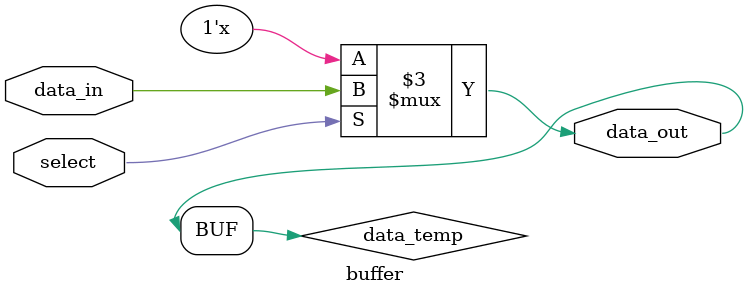
<source format=v>
module buffer(data_in, select, data_out); 
	input data_in, select; 
	output data_out; 
	
	reg data_temp;
	
	assign data_out=data_temp;
	
	always @(data_in)
	begin
	if (select)	
		data_temp=data_in;		
	end
		
endmodule 
</source>
